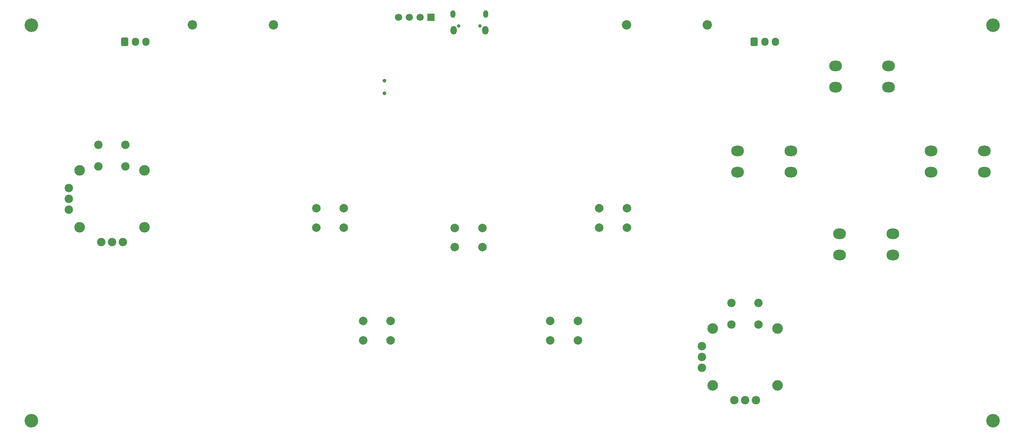
<source format=gbs>
%TF.GenerationSoftware,KiCad,Pcbnew,9.0.7*%
%TF.CreationDate,2026-01-18T23:39:19-08:00*%
%TF.ProjectId,STM32_HID_controller,53544d33-325f-4484-9944-5f636f6e7472,rev?*%
%TF.SameCoordinates,Original*%
%TF.FileFunction,Soldermask,Bot*%
%TF.FilePolarity,Negative*%
%FSLAX46Y46*%
G04 Gerber Fmt 4.6, Leading zero omitted, Abs format (unit mm)*
G04 Created by KiCad (PCBNEW 9.0.7) date 2026-01-18 23:39:19*
%MOMM*%
%LPD*%
G01*
G04 APERTURE LIST*
G04 Aperture macros list*
%AMRoundRect*
0 Rectangle with rounded corners*
0 $1 Rounding radius*
0 $2 $3 $4 $5 $6 $7 $8 $9 X,Y pos of 4 corners*
0 Add a 4 corners polygon primitive as box body*
4,1,4,$2,$3,$4,$5,$6,$7,$8,$9,$2,$3,0*
0 Add four circle primitives for the rounded corners*
1,1,$1+$1,$2,$3*
1,1,$1+$1,$4,$5*
1,1,$1+$1,$6,$7*
1,1,$1+$1,$8,$9*
0 Add four rect primitives between the rounded corners*
20,1,$1+$1,$2,$3,$4,$5,0*
20,1,$1+$1,$4,$5,$6,$7,0*
20,1,$1+$1,$6,$7,$8,$9,0*
20,1,$1+$1,$8,$9,$2,$3,0*%
G04 Aperture macros list end*
%ADD10C,2.200000*%
%ADD11C,3.200000*%
%ADD12O,1.150000X1.800000*%
%ADD13O,1.450000X2.000000*%
%ADD14O,0.800000X0.800000*%
%ADD15C,0.900000*%
%ADD16C,1.982000*%
%ADD17C,2.490000*%
%ADD18RoundRect,0.250000X-0.600000X-0.725000X0.600000X-0.725000X0.600000X0.725000X-0.600000X0.725000X0*%
%ADD19O,1.700000X1.950000*%
%ADD20C,2.000000*%
%ADD21O,3.000000X2.500000*%
%ADD22R,1.700000X1.700000*%
%ADD23C,1.700000*%
G04 APERTURE END LIST*
D10*
%TO.C,H1*%
X210000000Y-22000000D03*
%TD*%
D11*
%TO.C,H2*%
X51100000Y-115100000D03*
%TD*%
D10*
%TO.C,H3*%
X89000000Y-22000000D03*
%TD*%
D11*
%TO.C,H4*%
X51100000Y-22100000D03*
%TD*%
%TO.C,H5*%
X277100000Y-22100000D03*
%TD*%
%TO.C,H6*%
X277100000Y-115100000D03*
%TD*%
D10*
%TO.C,H7*%
X108000000Y-22000000D03*
%TD*%
%TO.C,H8*%
X191000000Y-22000000D03*
%TD*%
D12*
%TO.C,J1*%
X150180000Y-19505000D03*
D13*
X150330000Y-23305000D03*
X157780000Y-23305000D03*
D12*
X157930000Y-19505000D03*
D14*
X151555000Y-22255000D03*
X156555000Y-22255000D03*
%TD*%
D15*
%TO.C,SW1*%
X134095000Y-38150000D03*
X134095000Y-35150000D03*
%TD*%
D16*
%TO.C,U4*%
X208665000Y-102660000D03*
X208665000Y-100120000D03*
X208665000Y-97580000D03*
D17*
X226445000Y-93452500D03*
X226445000Y-106787500D03*
X211205000Y-106787500D03*
X211205000Y-93452500D03*
D16*
X221365000Y-110280000D03*
X218825000Y-110280000D03*
X216285000Y-110280000D03*
X222000000Y-92500000D03*
X215650000Y-92500000D03*
X222000000Y-87420000D03*
X215650000Y-87420000D03*
%TD*%
%TO.C,U5*%
X59915000Y-65460000D03*
X59915000Y-62920000D03*
X59915000Y-60380000D03*
D17*
X77695000Y-56252500D03*
X77695000Y-69587500D03*
X62455000Y-69587500D03*
X62455000Y-56252500D03*
D16*
X72615000Y-73080000D03*
X70075000Y-73080000D03*
X67535000Y-73080000D03*
X73250000Y-55300000D03*
X66900000Y-55300000D03*
X73250000Y-50220000D03*
X66900000Y-50220000D03*
%TD*%
D18*
%TO.C,J3*%
X221000000Y-26000000D03*
D19*
X223500000Y-26000000D03*
X226000000Y-26000000D03*
%TD*%
D20*
%TO.C,SW10*%
X184580000Y-65172500D03*
X191080000Y-65172500D03*
X184580000Y-69672500D03*
X191080000Y-69672500D03*
%TD*%
%TO.C,SW14*%
X150600000Y-69800000D03*
X157100000Y-69800000D03*
X150600000Y-74300000D03*
X157100000Y-74300000D03*
%TD*%
D18*
%TO.C,J5*%
X73080000Y-26000000D03*
D19*
X75580000Y-26000000D03*
X78080000Y-26000000D03*
%TD*%
D21*
%TO.C,SW9*%
X217080000Y-51672500D03*
X229580000Y-51672500D03*
X217080000Y-56672500D03*
X229580000Y-56672500D03*
%TD*%
%TO.C,SW6*%
X262580000Y-51672500D03*
X275080000Y-51672500D03*
X262580000Y-56672500D03*
X275080000Y-56672500D03*
%TD*%
D20*
%TO.C,SW3*%
X129080000Y-91672500D03*
X135580000Y-91672500D03*
X129080000Y-96172500D03*
X135580000Y-96172500D03*
%TD*%
D21*
%TO.C,SW8*%
X240080000Y-31672500D03*
X252580000Y-31672500D03*
X240080000Y-36672500D03*
X252580000Y-36672500D03*
%TD*%
D22*
%TO.C,J2*%
X145060000Y-20250000D03*
D23*
X142520000Y-20250000D03*
X139980000Y-20250000D03*
X137440000Y-20250000D03*
%TD*%
D20*
%TO.C,SW11*%
X118080000Y-65172500D03*
X124580000Y-65172500D03*
X118080000Y-69672500D03*
X124580000Y-69672500D03*
%TD*%
%TO.C,SW2*%
X173080000Y-91672500D03*
X179580000Y-91672500D03*
X173080000Y-96172500D03*
X179580000Y-96172500D03*
%TD*%
D21*
%TO.C,SW7*%
X241080000Y-71172500D03*
X253580000Y-71172500D03*
X241080000Y-76172500D03*
X253580000Y-76172500D03*
%TD*%
M02*

</source>
